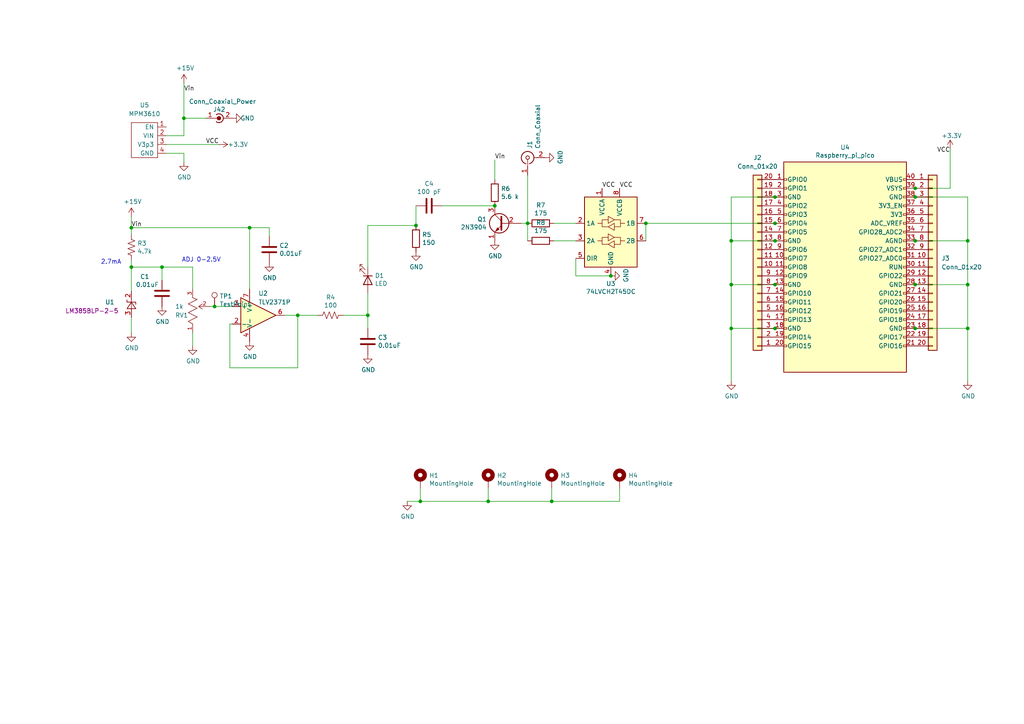
<source format=kicad_sch>
(kicad_sch (version 20211123) (generator eeschema)
  (paper "A4")
  (title_block (title "LED Pulser") (date "2021-08-02") (company "Boston University") (comment 1 "Linyan Wan") (comment 2 "Jack Mirabito"))
  (lib_symbols
    (symbol "Amplifier_Operational:TLV2371P" (pin_names (offset 0.127))
      (property "Reference" "U" (at 0 6.35 0))
      (property "Value" "TLV2371P" (at 0 3.81 0))
      (symbol "TLV2371P_0_1"
        (polyline (pts (xy -5.08 5.08) (xy 5.08 0) (xy -5.08 -5.08) (xy -5.08 5.08)) (stroke (width 0.254)) (fill (type background)))
      )
      (symbol "TLV2371P_1_1"
        (pin no_connect line (at -5.08 -2.54 90) (length 2.54) hide (name "NC") (number "1"))
        (pin input line (at -7.62 -2.54 0) (length 2.54) (name "-") (number "2"))
        (pin input line (at -7.62 2.54 0) (length 2.54) (name "+") (number "3"))
        (pin power_in line (at -2.54 -7.62 90) (length 3.81) (name "V-") (number "4"))
        (pin no_connect line (at -2.54 -2.54 90) (length 2.54) hide (name "NC") (number "5"))
        (pin output line (at 7.62 0 180) (length 2.54) (name "~") (number "6"))
        (pin power_in line (at -2.54 7.62 270) (length 3.81) (name "V+") (number "7"))
        (pin no_connect line (at 0 -2.54 90) (length 2.54) hide (name "NC") (number "8"))
      )
    )
    (symbol "Connector:Conn_Coaxial" (pin_names (offset 1.016) hide)
      (property "Reference" "J" (at 0.254 3.048 0))
      (property "Value" "Conn_Coaxial" (at 2.921 0 90))
      (symbol "Conn_Coaxial_0_1"
        (arc (start -1.778 -0.508) (mid 0.2311 -1.8066) (end 1.778 0) (stroke (width 0.254)))
        (polyline (pts (xy -2.54 0) (xy -0.508 0)))
        (polyline (pts (xy 0 -2.54) (xy 0 -1.778)))
        (circle (center 0 0) (radius 0.508) (stroke (width 0.2032)))
        (arc (start 1.778 0) (mid 0.2099 1.8101) (end -1.778 0.508) (stroke (width 0.254)))
      )
      (symbol "Conn_Coaxial_1_1"
        (pin passive line (at -5.08 0 0) (length 2.54) (name "In") (number "1"))
        (pin passive line (at 0 -5.08 90) (length 2.54) (name "Ext") (number "2"))
      )
    )
    (symbol "Connector:Conn_Coaxial_Power" (pin_names (offset 1.016) hide)
      (property "Reference" "J" (at -5.08 -1.27 90))
      (property "Value" "Conn_Coaxial_Power" (at -3.175 -1.27 90))
      (symbol "Conn_Coaxial_Power_0_1"
        (arc (start -1.27 -1.27) (mid 0 -2.54) (end 1.27 -1.27) (stroke (width 0.254)))
        (arc (start -1.016 -0.508) (mid -1.2048 -0.8684) (end -1.27 -1.27) (stroke (width 0.254)))
        (circle (center 0 -1.27) (radius 0.508) (stroke (width 0.2032)) (fill (type outline)))
        (polyline (pts (xy 0 -2.54) (xy 0 -3.048)))
        (polyline (pts (xy 0 0) (xy 0 -1.27)))
        (arc (start 1.27 -1.27) (mid 1.2048 -0.8684) (end 1.016 -0.508) (stroke (width 0.254)))
      )
      (symbol "Conn_Coaxial_Power_1_1"
        (pin passive line (at 0 2.54 270) (length 2.54) (name "In") (number "1"))
        (pin passive line (at 0 -5.08 90) (length 2.54) (name "Ext") (number "2"))
      )
    )
    (symbol "Connector:TestPoint" (pin_numbers hide) (pin_names (offset 0.762) hide)
      (property "Reference" "TP" (at 0 6.858 0))
      (property "Value" "TestPoint" (at 0 5.08 0))
      (symbol "TestPoint_0_1"
        (circle (center 0 3.302) (radius 0.762))
      )
      (symbol "TestPoint_1_1"
        (pin passive line (at 0 0 90) (length 2.54) (name "1") (number "1"))
      )
    )
    (symbol "Connector_Generic:Conn_01x20" (pin_names (offset 1.016) hide)
      (property "Reference" "J" (at 0 25.4 0))
      (property "Value" "Conn_01x20" (at 0 -27.94 0))
      (symbol "Conn_01x20_1_1"
        (rectangle (start -1.27 -25.273) (end 0 -25.527) (stroke (width 0.1524)))
        (rectangle (start -1.27 -22.733) (end 0 -22.987) (stroke (width 0.1524)))
        (rectangle (start -1.27 -20.193) (end 0 -20.447) (stroke (width 0.1524)))
        (rectangle (start -1.27 -17.653) (end 0 -17.907) (stroke (width 0.1524)))
        (rectangle (start -1.27 -15.113) (end 0 -15.367) (stroke (width 0.1524)))
        (rectangle (start -1.27 -12.573) (end 0 -12.827) (stroke (width 0.1524)))
        (rectangle (start -1.27 -10.033) (end 0 -10.287) (stroke (width 0.1524)))
        (rectangle (start -1.27 -7.493) (end 0 -7.747) (stroke (width 0.1524)))
        (rectangle (start -1.27 -4.953) (end 0 -5.207) (stroke (width 0.1524)))
        (rectangle (start -1.27 -2.413) (end 0 -2.667) (stroke (width 0.1524)))
        (rectangle (start -1.27 0.127) (end 0 -0.127) (stroke (width 0.1524)))
        (rectangle (start -1.27 2.667) (end 0 2.413) (stroke (width 0.1524)))
        (rectangle (start -1.27 5.207) (end 0 4.953) (stroke (width 0.1524)))
        (rectangle (start -1.27 7.747) (end 0 7.493) (stroke (width 0.1524)))
        (rectangle (start -1.27 10.287) (end 0 10.033) (stroke (width 0.1524)))
        (rectangle (start -1.27 12.827) (end 0 12.573) (stroke (width 0.1524)))
        (rectangle (start -1.27 15.367) (end 0 15.113) (stroke (width 0.1524)))
        (rectangle (start -1.27 17.907) (end 0 17.653) (stroke (width 0.1524)))
        (rectangle (start -1.27 20.447) (end 0 20.193) (stroke (width 0.1524)))
        (rectangle (start -1.27 22.987) (end 0 22.733) (stroke (width 0.1524)))
        (rectangle (start -1.27 24.13) (end 1.27 -26.67) (stroke (width 0.254)) (fill (type background)))
        (pin passive line (at -5.08 22.86 0) (length 3.81) (name "Pin_1") (number "1"))
        (pin passive line (at -5.08 0 0) (length 3.81) (name "Pin_10") (number "10"))
        (pin passive line (at -5.08 -2.54 0) (length 3.81) (name "Pin_11") (number "11"))
        (pin passive line (at -5.08 -5.08 0) (length 3.81) (name "Pin_12") (number "12"))
        (pin passive line (at -5.08 -7.62 0) (length 3.81) (name "Pin_13") (number "13"))
        (pin passive line (at -5.08 -10.16 0) (length 3.81) (name "Pin_14") (number "14"))
        (pin passive line (at -5.08 -12.7 0) (length 3.81) (name "Pin_15") (number "15"))
        (pin passive line (at -5.08 -15.24 0) (length 3.81) (name "Pin_16") (number "16"))
        (pin passive line (at -5.08 -17.78 0) (length 3.81) (name "Pin_17") (number "17"))
        (pin passive line (at -5.08 -20.32 0) (length 3.81) (name "Pin_18") (number "18"))
        (pin passive line (at -5.08 -22.86 0) (length 3.81) (name "Pin_19") (number "19"))
        (pin passive line (at -5.08 20.32 0) (length 3.81) (name "Pin_2") (number "2"))
        (pin passive line (at -5.08 -25.4 0) (length 3.81) (name "Pin_20") (number "20"))
        (pin passive line (at -5.08 17.78 0) (length 3.81) (name "Pin_3") (number "3"))
        (pin passive line (at -5.08 15.24 0) (length 3.81) (name "Pin_4") (number "4"))
        (pin passive line (at -5.08 12.7 0) (length 3.81) (name "Pin_5") (number "5"))
        (pin passive line (at -5.08 10.16 0) (length 3.81) (name "Pin_6") (number "6"))
        (pin passive line (at -5.08 7.62 0) (length 3.81) (name "Pin_7") (number "7"))
        (pin passive line (at -5.08 5.08 0) (length 3.81) (name "Pin_8") (number "8"))
        (pin passive line (at -5.08 2.54 0) (length 3.81) (name "Pin_9") (number "9"))
      )
    )
    (symbol "Device:C" (pin_numbers hide) (pin_names (offset 0.254))
      (property "Reference" "C" (at 0.635 2.54 0))
      (property "Value" "C" (at 0.635 -2.54 0))
      (symbol "C_0_1"
        (polyline (pts (xy -2.032 -0.762) (xy 2.032 -0.762)) (stroke (width 0.508)))
        (polyline (pts (xy -2.032 0.762) (xy 2.032 0.762)) (stroke (width 0.508)))
      )
      (symbol "C_1_1"
        (pin passive line (at 0 3.81 270) (length 2.794) (name "~") (number "1"))
        (pin passive line (at 0 -3.81 90) (length 2.794) (name "~") (number "2"))
      )
    )
    (symbol "Device:LED" (pin_numbers hide) (pin_names (offset 1.016) hide)
      (property "Reference" "D" (at 0 2.54 0))
      (property "Value" "LED" (at 0 -2.54 0))
      (symbol "LED_0_1"
        (polyline (pts (xy -1.27 -1.27) (xy -1.27 1.27)) (stroke (width 0.254)))
        (polyline (pts (xy -1.27 0) (xy 1.27 0)))
        (polyline (pts (xy 1.27 -1.27) (xy 1.27 1.27) (xy -1.27 0) (xy 1.27 -1.27)) (stroke (width 0.254)))
        (polyline (pts (xy -3.048 -0.762) (xy -4.572 -2.286) (xy -3.81 -2.286) (xy -4.572 -2.286) (xy -4.572 -1.524)))
        (polyline (pts (xy -1.778 -0.762) (xy -3.302 -2.286) (xy -2.54 -2.286) (xy -3.302 -2.286) (xy -3.302 -1.524)))
      )
      (symbol "LED_1_1"
        (pin passive line (at -3.81 0 0) (length 2.54) (name "K") (number "1"))
        (pin passive line (at 3.81 0 180) (length 2.54) (name "A") (number "2"))
      )
    )
    (symbol "Device:R" (pin_numbers hide) (pin_names (offset 0))
      (property "Reference" "R" (at 2.032 0 90))
      (property "Value" "R" (at 0 0 90))
      (symbol "R_0_1"
        (rectangle (start -1.016 -2.54) (end 1.016 2.54) (stroke (width 0.254)))
      )
      (symbol "R_1_1"
        (pin passive line (at 0 3.81 270) (length 1.27) (name "~") (number "1"))
        (pin passive line (at 0 -3.81 90) (length 1.27) (name "~") (number "2"))
      )
    )
    (symbol "Device:R_US" (pin_numbers hide) (pin_names (offset 0))
      (property "Reference" "R" (at 2.54 0 90))
      (property "Value" "R_US" (at -2.54 0 90))
      (symbol "R_US_0_1"
        (polyline (pts (xy 0 -2.286) (xy 0 -2.54)))
        (polyline (pts (xy 0 2.286) (xy 0 2.54)))
        (polyline (pts (xy 0 -0.762) (xy 1.016 -1.143) (xy 0 -1.524) (xy -1.016 -1.905) (xy 0 -2.286)))
        (polyline (pts (xy 0 0.762) (xy 1.016 0.381) (xy 0 0) (xy -1.016 -0.381) (xy 0 -0.762)))
        (polyline (pts (xy 0 2.286) (xy 1.016 1.905) (xy 0 1.524) (xy -1.016 1.143) (xy 0 0.762)))
      )
      (symbol "R_US_1_1"
        (pin passive line (at 0 3.81 270) (length 1.27) (name "~") (number "1"))
        (pin passive line (at 0 -3.81 90) (length 1.27) (name "~") (number "2"))
      )
    )
    (symbol "LED_Pulser-cache:3006P-1-101LF" (pin_names (offset 1.016))
      (property "Reference" "VR" (at 0 5.08 0))
      (property "Value" "3006P-1-101LF" (at 0 7.62 0))
      (symbol "3006P-1-101LF_1_1"
        (polyline (pts (xy 5.08 0) (xy 5.842 1.27)))
        (polyline (pts (xy 5.842 1.27) (xy 7.112 -1.27)))
        (polyline (pts (xy 7.112 -1.27) (xy 8.382 1.27)))
        (polyline (pts (xy 8.382 1.27) (xy 9.652 -1.27)))
        (polyline (pts (xy 9.652 -1.27) (xy 10.922 1.27)))
        (polyline (pts (xy 10.16 -1.778) (xy 9.398 -2.794)))
        (polyline (pts (xy 10.16 -1.778) (xy 10.922 -2.794)))
        (polyline (pts (xy 10.922 1.27) (xy 12.192 -1.27)))
        (polyline (pts (xy 12.192 -1.27) (xy 12.7 0)))
        (pin unspecified line (at 2.54 0 0) (length 2.54) (name "CCW") (number "1"))
        (pin unspecified line (at 10.16 -5.08 90) (length 3.302) (name "WIPER") (number "2"))
        (pin unspecified line (at 15.24 0 180) (length 2.54) (name "CW") (number "3"))
      )
    )
    (symbol "LED_Pulser-cache:MPM3610" (pin_names (offset 1.016))
      (property "Reference" "U" (at 0 -6.35 0))
      (property "Value" "MPM3610" (at 0 6.35 0))
      (symbol "MPM3610_0_1"
        (rectangle (start -3.81 5.08) (end 3.81 -5.08))
      )
      (symbol "MPM3610_1_1"
        (pin input line (at 6.35 3.81 180) (length 2.54) (name "EN") (number "1"))
        (pin input line (at 6.35 1.27 180) (length 2.54) (name "VIN") (number "2"))
        (pin output line (at 6.35 -1.27 180) (length 2.54) (name "V3p3") (number "3"))
        (pin input line (at 6.35 -3.81 180) (length 2.54) (name "GND") (number "4"))
      )
    )
    (symbol "LED_Pulser-rescue:Raspberry_pi_pico-LED_Pulser-cache" (pin_names (offset 1.016))
      (property "Reference" "U" (at 0 0 0))
      (property "Value" "Raspberry_pi_pico-LED_Pulser-cache" (at 0 -1.905 0))
      (symbol "Raspberry_pi_pico-LED_Pulser-cache_1_1"
        (rectangle (start -17.78 30.48) (end 17.78 -30.48) (stroke (width 0.254)) (fill (type background)))
        (rectangle (start -16.891 -22.606) (end -17.78 -23.114))
        (rectangle (start -16.891 -20.066) (end -17.78 -20.574))
        (rectangle (start -16.891 -17.526) (end -17.78 -18.034))
        (rectangle (start -16.891 -14.986) (end -17.78 -15.494))
        (rectangle (start -16.891 -12.446) (end -17.78 -12.954))
        (rectangle (start -16.891 -9.906) (end -17.78 -10.414))
        (rectangle (start -16.891 -7.366) (end -17.78 -7.874))
        (rectangle (start -16.891 -4.826) (end -17.78 -5.334))
        (rectangle (start -16.891 -2.286) (end -17.78 -2.794))
        (rectangle (start -16.891 0.254) (end -17.78 -0.254))
        (rectangle (start -16.891 2.794) (end -17.78 2.286))
        (rectangle (start -16.891 5.334) (end -17.78 4.826))
        (rectangle (start -16.891 7.874) (end -17.78 7.366))
        (rectangle (start -16.891 10.414) (end -17.78 9.906))
        (rectangle (start -16.891 12.954) (end -17.78 12.446))
        (rectangle (start -16.891 15.494) (end -17.78 14.986))
        (rectangle (start -16.891 18.034) (end -17.78 17.526))
        (rectangle (start -16.891 20.574) (end -17.78 20.066))
        (rectangle (start -16.891 23.114) (end -17.78 22.606))
        (rectangle (start -16.891 25.654) (end -17.78 25.146))
        (rectangle (start 17.78 -22.606) (end 16.891 -23.114))
        (rectangle (start 17.78 -20.066) (end 16.891 -20.574))
        (rectangle (start 17.78 -17.526) (end 16.891 -18.034))
        (rectangle (start 17.78 -14.986) (end 16.891 -15.494))
        (rectangle (start 17.78 -12.446) (end 16.891 -12.954))
        (rectangle (start 17.78 -9.906) (end 16.891 -10.414))
        (rectangle (start 17.78 -7.366) (end 16.891 -7.874))
        (rectangle (start 17.78 -4.826) (end 16.891 -5.334))
        (rectangle (start 17.78 -2.286) (end 16.891 -2.794))
        (rectangle (start 17.78 0.254) (end 16.891 -0.254))
        (rectangle (start 17.78 2.794) (end 16.891 2.286))
        (rectangle (start 17.78 5.334) (end 16.891 4.826))
        (rectangle (start 17.78 7.874) (end 16.891 7.366))
        (rectangle (start 17.78 10.414) (end 16.891 9.906))
        (rectangle (start 17.78 12.954) (end 16.891 12.446))
        (rectangle (start 17.78 15.494) (end 16.891 14.986))
        (rectangle (start 17.78 18.034) (end 16.891 17.526))
        (rectangle (start 17.78 20.574) (end 16.891 20.066))
        (rectangle (start 17.78 23.114) (end 16.891 22.606))
        (rectangle (start 17.78 25.654) (end 16.891 25.146))
        (pin bidirectional line (at -20.32 25.4 0) (length 2.54) (name "GPIO0") (number "1"))
        (pin bidirectional line (at -20.32 2.54 0) (length 2.54) (name "GPIO7") (number "10"))
        (pin bidirectional line (at -20.32 0 0) (length 2.54) (name "GPIO8") (number "11"))
        (pin bidirectional line (at -20.32 -2.54 0) (length 2.54) (name "GPIO9") (number "12"))
        (pin bidirectional line (at -20.32 -5.08 0) (length 2.54) (name "GND") (number "13"))
        (pin bidirectional line (at -20.32 -7.62 0) (length 2.54) (name "GPIO10") (number "14"))
        (pin bidirectional line (at -20.32 -10.16 0) (length 2.54) (name "GPIO11") (number "15"))
        (pin bidirectional line (at -20.32 -12.7 0) (length 2.54) (name "GPIO12") (number "16"))
        (pin bidirectional line (at -20.32 -15.24 0) (length 2.54) (name "GPIO13") (number "17"))
        (pin bidirectional line (at -20.32 -17.78 0) (length 2.54) (name "GND") (number "18"))
        (pin bidirectional line (at -20.32 -20.32 0) (length 2.54) (name "GPIO14") (number "19"))
        (pin bidirectional line (at -20.32 22.86 0) (length 2.54) (name "GPIO1") (number "2"))
        (pin bidirectional line (at -20.32 -22.86 0) (length 2.54) (name "GPIO15") (number "20"))
        (pin bidirectional line (at 20.32 -22.86 180) (length 2.54) (name "GPIO16") (number "21"))
        (pin bidirectional line (at 20.32 -20.32 180) (length 2.54) (name "GPIO17") (number "22"))
        (pin power_in line (at 20.32 -17.78 180) (length 2.54) (name "GND") (number "23"))
        (pin bidirectional line (at 20.32 -15.24 180) (length 2.54) (name "GPIO18") (number "24"))
        (pin bidirectional line (at 20.32 -12.7 180) (length 2.54) (name "GPIO19") (number "25"))
        (pin bidirectional line (at 20.32 -10.16 180) (length 2.54) (name "GPIO20") (number "26"))
        (pin bidirectional line (at 20.32 -7.62 180) (length 2.54) (name "GPIO21") (number "27"))
        (pin power_in line (at 20.32 -5.08 180) (length 2.54) (name "GND") (number "28"))
        (pin bidirectional line (at 20.32 -2.54 180) (length 2.54) (name "GPIO22") (number "29"))
        (pin bidirectional line (at -20.32 20.32 0) (length 2.54) (name "GND") (number "3"))
        (pin power_in line (at 20.32 0 180) (length 2.54) (name "RUN") (number "30"))
        (pin bidirectional line (at 20.32 2.54 180) (length 2.54) (name "GPIO27_ADC0") (number "31"))
        (pin bidirectional line (at 20.32 5.08 180) (length 2.54) (name "GPIO27_ADC1") (number "32"))
        (pin power_in line (at 20.32 7.62 180) (length 2.54) (name "AGND") (number "33"))
        (pin bidirectional line (at 20.32 10.16 180) (length 2.54) (name "GPIO28_ADC2") (number "34"))
        (pin power_in line (at 20.32 12.7 180) (length 2.54) (name "ADC_VREF") (number "35"))
        (pin power_in line (at 20.32 15.24 180) (length 2.54) (name "3V3") (number "36"))
        (pin power_in line (at 20.32 17.78 180) (length 2.54) (name "3V3_EN") (number "37"))
        (pin power_in line (at 20.32 20.32 180) (length 2.54) (name "GND") (number "38"))
        (pin power_in line (at 20.32 22.86 180) (length 2.54) (name "VSYS") (number "39"))
        (pin bidirectional line (at -20.32 17.78 0) (length 2.54) (name "GPIO2") (number "4"))
        (pin power_in line (at 20.32 25.4 180) (length 2.54) (name "VBUS") (number "40"))
        (pin bidirectional line (at -20.32 15.24 0) (length 2.54) (name "GPIO3") (number "5"))
        (pin bidirectional line (at -20.32 12.7 0) (length 2.54) (name "GPIO4") (number "6"))
        (pin bidirectional line (at -20.32 10.16 0) (length 2.54) (name "GPIO5") (number "7"))
        (pin bidirectional line (at -20.32 7.62 0) (length 2.54) (name "GND") (number "8"))
        (pin bidirectional line (at -20.32 5.08 0) (length 2.54) (name "GPIO6") (number "9"))
      )
    )
    (symbol "Logic_LevelTranslator:74LVCH2T45DC"
      (property "Reference" "U" (at 6.35 -11.43 0))
      (property "Value" "74LVCH2T45DC" (at 10.16 11.43 0))
      (symbol "74LVCH2T45DC_1_1"
        (rectangle (start -7.62 10.16) (end 7.62 -10.16) (stroke (width 0.254)) (fill (type background)))
        (polyline (pts (xy -2.54 -2.54) (xy -2.54 -1.524) (xy -0.762 -1.524)))
        (polyline (pts (xy -2.54 2.54) (xy -2.54 3.556) (xy -0.762 3.556)))
        (polyline (pts (xy 2.794 -2.54) (xy 2.794 -3.556) (xy 1.016 -3.556)))
        (polyline (pts (xy 2.794 2.54) (xy 2.794 1.524) (xy 1.016 1.524)))
        (polyline (pts (xy -0.762 -3.556) (xy -2.54 -3.556) (xy -2.54 -2.54) (xy -3.81 -2.54)))
        (polyline (pts (xy -0.762 -2.54) (xy -0.762 -0.508) (xy 1.016 -1.524) (xy -0.762 -2.54)))
        (polyline (pts (xy -0.762 1.524) (xy -2.54 1.524) (xy -2.54 2.54) (xy -3.81 2.54)))
        (polyline (pts (xy -0.762 2.54) (xy -0.762 4.572) (xy 1.016 3.556) (xy -0.762 2.54)))
        (polyline (pts (xy 1.016 -1.524) (xy 2.794 -1.524) (xy 2.794 -2.54) (xy 4.064 -2.54)))
        (polyline (pts (xy 1.016 3.556) (xy 2.794 3.556) (xy 2.794 2.54) (xy 4.064 2.54)))
        (polyline (pts (xy 1.016 -2.54) (xy 1.016 -4.318) (xy 1.016 -4.572) (xy -0.762 -3.556) (xy 1.016 -2.54)))
        (polyline (pts (xy 1.016 2.54) (xy 1.016 0.762) (xy 1.016 0.508) (xy -0.762 1.524) (xy 1.016 2.54)))
        (pin power_in line (at -2.54 12.7 270) (length 2.54) (name "VCCA") (number "1"))
        (pin bidirectional line (at -10.16 2.54 0) (length 2.54) (name "1A") (number "2"))
        (pin bidirectional line (at -10.16 -2.54 0) (length 2.54) (name "2A") (number "3"))
        (pin power_in line (at 0 -12.7 90) (length 2.54) (name "GND") (number "4"))
        (pin input line (at -10.16 -7.62 0) (length 2.54) (name "DIR") (number "5"))
        (pin bidirectional line (at 10.16 -2.54 180) (length 2.54) (name "2B") (number "6"))
        (pin bidirectional line (at 10.16 2.54 180) (length 2.54) (name "1B") (number "7"))
        (pin power_in line (at 2.54 12.7 270) (length 2.54) (name "VCCB") (number "8"))
      )
    )
    (symbol "Mechanical:MountingHole_Pad" (pin_numbers hide) (pin_names (offset 1.016) hide)
      (property "Reference" "H" (at 0 6.35 0))
      (property "Value" "MountingHole_Pad" (at 0 4.445 0))
      (symbol "MountingHole_Pad_0_1"
        (circle (center 0 1.27) (radius 1.27) (stroke (width 1.27)))
      )
      (symbol "MountingHole_Pad_1_1"
        (pin input line (at 0 -2.54 90) (length 2.54) (name "1") (number "1"))
      )
    )
    (symbol "Reference_Voltage:LM385Z-2.5" (pin_names (offset 0.0254) hide)
      (property "Reference" "U" (at 0 2.54 0))
      (property "Value" "LM385Z-2.5" (at 0 -3.175 0))
      (symbol "LM385Z-2.5_0_1"
        (polyline (pts (xy -1.27 0) (xy 0 0) (xy 1.27 0)))
        (polyline (pts (xy -1.27 -1.27) (xy 0.635 0) (xy -1.27 1.27) (xy -1.27 -1.27)) (stroke (width 0.2032)))
        (polyline (pts (xy 0 -1.27) (xy 0.635 -1.27) (xy 0.635 1.27) (xy 1.27 1.27)) (stroke (width 0.2032)))
      )
      (symbol "LM385Z-2.5_1_1"
        (pin passive line (at 3.81 0 180) (length 2.54) (name "K") (number "2"))
        (pin passive line (at -3.81 0 0) (length 2.54) (name "A") (number "3"))
      )
    )
    (symbol "Transistor_BJT:2N3904" (pin_names (offset 0) hide)
      (property "Reference" "Q" (at 5.08 1.905 0))
      (property "Value" "2N3904" (at 5.08 0 0))
      (symbol "2N3904_0_1"
        (polyline (pts (xy 0.635 0.635) (xy 2.54 2.54)))
        (polyline (pts (xy 0.635 -0.635) (xy 2.54 -2.54) (xy 2.54 -2.54)))
        (polyline (pts (xy 0.635 1.905) (xy 0.635 -1.905) (xy 0.635 -1.905)) (stroke (width 0.508)))
        (polyline (pts (xy 1.27 -1.778) (xy 1.778 -1.27) (xy 2.286 -2.286) (xy 1.27 -1.778) (xy 1.27 -1.778)) (fill (type outline)))
        (circle (center 1.27 0) (radius 2.8194) (stroke (width 0.254)))
      )
      (symbol "2N3904_1_1"
        (pin passive line (at 2.54 -5.08 90) (length 2.54) (name "E") (number "1"))
        (pin passive line (at -5.08 0 0) (length 5.715) (name "B") (number "2"))
        (pin passive line (at 2.54 5.08 270) (length 2.54) (name "C") (number "3"))
      )
    )
    (symbol "power:+15V" (power) (pin_names (offset 0))
      (property "Value" "+15V" (at 0 3.556 0))
      (symbol "+15V_0_1"
        (polyline (pts (xy -0.762 1.27) (xy 0 2.54)))
        (polyline (pts (xy 0 0) (xy 0 2.54)))
        (polyline (pts (xy 0 2.54) (xy 0.762 1.27)))
      )
      (symbol "+15V_1_1"
        (pin power_in line (at 0 0 90) (length 0) hide (name "+15V") (number "1"))
      )
    )
    (symbol "power:+3.3V" (power) (pin_names (offset 0))
      (property "Value" "+3.3V" (at 0 3.556 0))
      (symbol "+3.3V_0_1"
        (polyline (pts (xy -0.762 1.27) (xy 0 2.54)))
        (polyline (pts (xy 0 0) (xy 0 2.54)))
        (polyline (pts (xy 0 2.54) (xy 0.762 1.27)))
      )
      (symbol "+3.3V_1_1"
        (pin power_in line (at 0 0 90) (length 0) hide (name "+3.3V") (number "1"))
      )
    )
    (symbol "power:GND" (power) (pin_names (offset 0))
      (property "Value" "GND" (at 0 -3.81 0))
      (symbol "GND_0_1"
        (polyline (pts (xy 0 0) (xy 0 -1.27) (xy 1.27 -1.27) (xy 0 -2.54) (xy -1.27 -1.27) (xy 0 -1.27)))
      )
      (symbol "GND_1_1"
        (pin power_in line (at 0 0 270) (length 0) hide (name "GND") (number "1"))
      )
    )
  )
  (junction (at 224.79 64.77))
  (junction (at 106.68 91.44))
  (junction (at 224.79 82.55))
  (junction (at 38.1 77.47))
  (junction (at 212.09 82.55))
  (junction (at 120.65 65.405))
  (junction (at 265.43 57.15))
  (junction (at 141.605 145.415))
  (junction (at 280.67 82.55))
  (junction (at 280.67 95.25))
  (junction (at 143.51 59.69))
  (junction (at 86.36 91.44))
  (junction (at 153.035 64.77))
  (junction (at 46.99 77.47))
  (junction (at 265.43 82.55))
  (junction (at 187.325 64.77))
  (junction (at 224.79 95.25))
  (junction (at 265.43 95.25))
  (junction (at 121.92 145.415))
  (junction (at 224.79 69.85))
  (junction (at 265.43 54.61))
  (junction (at 212.09 95.25))
  (junction (at 160.02 145.415))
  (junction (at 38.1 66.04))
  (junction (at 177.165 80.01))
  (junction (at 224.79 57.15))
  (junction (at 212.09 69.85))
  (junction (at 62.23 88.9))
  (junction (at 280.67 69.85))
  (junction (at 53.34 34.29))
  (junction (at 72.39 66.04))
  (junction (at 265.43 69.85))
  (wire (pts (xy 153.035 50.8) (xy 153.035 64.77)))
  (wire (pts (xy 106.68 95.25) (xy 106.68 91.44)))
  (wire (pts (xy 60.96 88.9) (xy 62.23 88.9)))
  (wire (pts (xy 141.605 141.605) (xy 141.605 145.415)))
  (wire (pts (xy 280.67 95.25) (xy 280.67 110.49)))
  (wire (pts (xy 265.43 82.55) (xy 280.67 82.55)))
  (wire (pts (xy 48.26 41.91) (xy 63.5 41.91)))
  (wire (pts (xy 78.105 66.04) (xy 72.39 66.04)))
  (wire (pts (xy 212.09 95.25) (xy 224.79 95.25)))
  (wire (pts (xy 38.1 66.04) (xy 38.1 62.865)))
  (wire (pts (xy 53.34 24.13) (xy 53.34 34.29)))
  (wire (pts (xy 160.02 145.415) (xy 141.605 145.415)))
  (wire (pts (xy 212.09 69.85) (xy 212.09 82.55)))
  (wire (pts (xy 66.675 93.98) (xy 66.675 106.68)))
  (wire (pts (xy 224.79 57.15) (xy 212.09 57.15)))
  (wire (pts (xy 187.325 69.85) (xy 187.325 64.77)))
  (wire (pts (xy 212.09 69.85) (xy 224.79 69.85)))
  (wire (pts (xy 46.99 77.47) (xy 46.99 81.28)))
  (wire (pts (xy 280.67 82.55) (xy 280.67 95.25)))
  (wire (pts (xy 53.34 34.29) (xy 59.69 34.29)))
  (wire (pts (xy 275.59 43.18) (xy 275.59 54.61)))
  (wire (pts (xy 72.39 66.04) (xy 38.1 66.04)))
  (wire (pts (xy 38.1 67.945) (xy 38.1 66.04)))
  (wire (pts (xy 179.705 141.605) (xy 179.705 145.415)))
  (wire (pts (xy 106.68 65.405) (xy 120.65 65.405)))
  (wire (pts (xy 265.43 95.25) (xy 280.67 95.25)))
  (wire (pts (xy 212.09 82.55) (xy 224.79 82.55)))
  (wire (pts (xy 106.68 85.09) (xy 106.68 91.44)))
  (wire (pts (xy 179.705 145.415) (xy 160.02 145.415)))
  (wire (pts (xy 212.09 57.15) (xy 212.09 69.85)))
  (wire (pts (xy 48.26 44.45) (xy 53.34 44.45)))
  (wire (pts (xy 99.695 91.44) (xy 106.68 91.44)))
  (wire (pts (xy 212.09 82.55) (xy 212.09 95.25)))
  (wire (pts (xy 280.67 57.15) (xy 280.67 69.85)))
  (wire (pts (xy 86.36 91.44) (xy 82.55 91.44)))
  (wire (pts (xy 121.92 145.415) (xy 118.11 145.415)))
  (wire (pts (xy 120.65 59.69) (xy 120.65 65.405)))
  (wire (pts (xy 53.34 34.29) (xy 53.34 39.37)))
  (wire (pts (xy 151.13 64.77) (xy 153.035 64.77)))
  (wire (pts (xy 92.075 91.44) (xy 86.36 91.44)))
  (wire (pts (xy 160.02 141.605) (xy 160.02 145.415)))
  (wire (pts (xy 67.31 93.98) (xy 66.675 93.98)))
  (wire (pts (xy 46.99 77.47) (xy 55.88 77.47)))
  (wire (pts (xy 153.035 69.85) (xy 153.035 64.77)))
  (wire (pts (xy 280.67 69.85) (xy 280.67 82.55)))
  (wire (pts (xy 38.1 77.47) (xy 38.1 84.455)))
  (wire (pts (xy 55.88 100.33) (xy 55.88 96.52)))
  (wire (pts (xy 53.34 44.45) (xy 53.34 46.99)))
  (wire (pts (xy 265.43 57.15) (xy 280.67 57.15)))
  (wire (pts (xy 78.105 68.58) (xy 78.105 66.04)))
  (wire (pts (xy 167.005 80.01) (xy 177.165 80.01)))
  (wire (pts (xy 72.39 83.82) (xy 72.39 66.04)))
  (wire (pts (xy 62.23 88.9) (xy 67.31 88.9)))
  (wire (pts (xy 167.005 69.85) (xy 160.655 69.85)))
  (wire (pts (xy 55.88 77.47) (xy 55.88 83.82)))
  (wire (pts (xy 167.005 64.77) (xy 160.655 64.77)))
  (wire (pts (xy 106.68 77.47) (xy 106.68 65.405)))
  (wire (pts (xy 141.605 145.415) (xy 121.92 145.415)))
  (wire (pts (xy 265.43 69.85) (xy 280.67 69.85)))
  (wire (pts (xy 143.51 46.355) (xy 143.51 52.07)))
  (wire (pts (xy 128.27 59.69) (xy 143.51 59.69)))
  (wire (pts (xy 38.1 75.565) (xy 38.1 77.47)))
  (wire (pts (xy 167.005 74.93) (xy 167.005 80.01)))
  (wire (pts (xy 121.92 141.605) (xy 121.92 145.415)))
  (wire (pts (xy 212.09 95.25) (xy 212.09 110.49)))
  (wire (pts (xy 265.43 54.61) (xy 275.59 54.61)))
  (wire (pts (xy 38.1 92.075) (xy 38.1 96.52)))
  (wire (pts (xy 86.36 106.68) (xy 86.36 91.44)))
  (wire (pts (xy 187.325 64.77) (xy 224.79 64.77)))
  (wire (pts (xy 38.1 77.47) (xy 46.99 77.47)))
  (wire (pts (xy 66.675 106.68) (xy 86.36 106.68)))
  (wire (pts (xy 48.26 39.37) (xy 53.34 39.37)))
  (text "ADJ 0-2.5V" (at 52.705 76.2 0) (effects (font (size 1.27 1.27)) (justify left bottom)))
  (text "2.7mA" (at 29.21 76.835 0) (effects (font (size 1.27 1.27)) (justify left bottom)))
  (label "Vin" (at 53.34 26.67 0))
  (label "Vin" (at 143.51 46.355 0))
  (label "VCC" (at 275.59 44.45 180))
  (label "Vin" (at 38.1 66.04 0))
  (label "VCC" (at 63.5 41.91 180))
  (label "VCC" (at 174.625 54.61 0))
  (label "VCC" (at 179.705 54.61 0))
  (symbol (lib_id "Reference_Voltage:LM385Z-2.5") (at 38.1 88.265 90) (unit 1)
    (property "Reference" "U1" (at 30.48 87.63 90) (effects (justify right)))
    (property "Value" "LM385Z-2.5" (effects hide))
    (property "Footprint" "Package_TO_SOT_THT:TO-92_Inline" (effects hide))
    (property "Datasheet" "http://www.onsemi.com/pub_link/Collateral/LM285-D.PDF" (effects hide))
    (property "CatNo" "296-9559-5-ND" (effects hide))
    (property "MfgNo" "LM385BLP-2-5" (at 26.67 90.17 90))
    (property "Vendor" "DigiKey" (effects hide))
  )
  (symbol (lib_id "Device:R_US") (at 38.1 71.755 0) (unit 1)
    (property "Reference" "R3" (at 39.8272 70.5866 0) (effects (justify left)))
    (property "Value" "4.7k" (at 39.8272 72.898 0) (effects (justify left)))
    (property "Footprint" "Resistor_SMD:R_1206_3216Metric" (effects hide))
  )
  (symbol (lib_id "power:GND") (at 38.1 96.52 0) (unit 1)
    (property "Reference" "#PWR03" (effects hide))
    (property "Value" "GND" (at 38.227 100.9142 0))
  )
  (symbol (lib_id "power:+15V") (at 38.1 62.865 0) (unit 1)
    (property "Reference" "#PWR02" (effects hide))
    (property "Value" "+15V" (at 38.481 58.4708 0))
  )
  (symbol (lib_id "LED_Pulser-cache:3006P-1-101LF") (at 55.88 99.06 90) (unit 1)
    (property "Reference" "RV1" (at 50.8 91.44 90) (effects (justify right)))
    (property "Value" "1k" (at 50.8 88.9 90) (effects (justify right)))
    (property "Footprint" "Potentiometer_THT:Potentiometer_Bourns_3006P_Horizontal" (effects hide))
    (property "Datasheet" "http://www.bourns.com/docs/Product-Datasheets/3006.pdf" (effects hide))
    (property "capacitance" "TRIMMER 100 OHM 0.75W PC PIN" (effects hide))
    (property "category" "Res" (effects hide))
    (property "digikey description" "TRIMMER 100 OHM 0.75W PC PIN" (effects hide))
    (property "digikey part number" "3006P-101LF-ND" (effects hide))
    (property "lead free" "yes" (effects hide))
    (property "library id" "9ad0f499a4b80ce0" (effects hide))
    (property "manufacturer" "Bourns" (effects hide))
    (property "mouser part number" "652-3006P-1-101-LF" (effects hide))
    (property "package" "DIP_TRIMMER_19MM05_4MM83" (effects hide))
    (property "resistance" "100 Ohms" (effects hide))
    (property "rohs" "yes" (effects hide))
    (property "temperature range high" "+125°C" (effects hide))
    (property "temperature range low" "-55°C" (effects hide))
  )
  (symbol (lib_id "power:GND") (at 55.88 100.33 0) (unit 1)
    (property "Reference" "#PWR05" (effects hide))
    (property "Value" "GND" (at 56.007 104.7242 0))
  )
  (symbol (lib_id "Amplifier_Operational:TLV2371P") (at 74.93 91.44 0) (unit 1)
    (property "Reference" "U2" (at 74.93 85.09 0) (effects (justify left)))
    (property "Value" "TLV2371P" (at 74.93 87.63 0) (effects (justify left)))
    (property "Footprint" "Package_DIP:DIP-8_W7.62mm" (effects hide))
    (property "Datasheet" "http://www.ti.com/lit/ds/symlink/tlv2375.pdf" (effects hide))
  )
  (symbol (lib_id "power:GND") (at 72.39 99.06 0) (unit 1)
    (property "Reference" "#PWR06" (effects hide))
    (property "Value" "GND" (at 72.517 103.4542 0))
  )
  (symbol (lib_id "Device:C") (at 46.99 85.09 0) (unit 1)
    (property "Reference" "C1" (at 40.64 80.2386 0) (effects (justify left)))
    (property "Value" "0.01uF" (at 39.37 82.55 0) (effects (justify left)))
    (property "Footprint" "Capacitor_SMD:C_1206_3216Metric" (effects hide))
  )
  (symbol (lib_id "power:GND") (at 46.99 88.9 0) (unit 1)
    (property "Reference" "#PWR04" (effects hide))
    (property "Value" "GND" (at 47.117 93.2942 0))
  )
  (symbol (lib_id "Device:R_US") (at 95.885 91.44 270) (unit 1)
    (property "Reference" "R4" (at 95.885 86.233 90))
    (property "Value" "100" (at 95.885 88.5444 90))
    (property "Footprint" "Resistor_SMD:R_1206_3216Metric" (effects hide))
  )
  (symbol (lib_id "Device:C") (at 106.68 99.06 0) (unit 1)
    (property "Reference" "C3" (at 109.601 97.8916 0) (effects (justify left)))
    (property "Value" "0.01uF" (at 109.601 100.203 0) (effects (justify left)))
    (property "Footprint" "Capacitor_SMD:C_1206_3216Metric" (effects hide))
  )
  (symbol (lib_id "power:GND") (at 106.68 102.87 0) (unit 1)
    (property "Reference" "#PWR08" (effects hide))
    (property "Value" "GND" (at 106.807 107.2642 0))
  )
  (symbol (lib_id "Device:LED") (at 106.68 81.28 270) (unit 1)
    (property "Reference" "D1" (at 108.712 79.9338 90) (effects (justify left)))
    (property "Value" "LED" (at 108.712 82.2452 90) (effects (justify left)))
    (property "Footprint" "LED_THT:LED_D5.0mm" (effects hide))
  )
  (symbol (lib_id "Device:C") (at 78.105 72.39 0) (unit 1)
    (property "Reference" "C2" (at 81.026 71.2216 0) (effects (justify left)))
    (property "Value" "0.01uF" (at 81.026 73.533 0) (effects (justify left)))
    (property "Footprint" "Capacitor_SMD:C_1206_3216Metric" (effects hide))
  )
  (symbol (lib_id "power:GND") (at 78.105 76.2 0) (unit 1)
    (property "Reference" "#PWR07" (effects hide))
    (property "Value" "GND" (at 78.232 80.5942 0))
  )
  (symbol (lib_id "Device:C") (at 124.46 59.69 270) (unit 1)
    (property "Reference" "C4" (at 124.46 53.2892 90))
    (property "Value" "100 pF" (at 124.46 55.6006 90))
    (property "Footprint" "Capacitor_SMD:C_1206_3216Metric" (effects hide))
  )
  (symbol (lib_id "Device:R") (at 120.65 69.215 0) (unit 1)
    (property "Reference" "R5" (at 122.428 68.0466 0) (effects (justify left)))
    (property "Value" "150" (at 122.428 70.358 0) (effects (justify left)))
    (property "Footprint" "Resistor_SMD:R_1206_3216Metric" (effects hide))
  )
  (symbol (lib_id "power:GND") (at 120.65 73.025 0) (unit 1)
    (property "Reference" "#PWR09" (effects hide))
    (property "Value" "GND" (at 120.777 77.4192 0))
  )
  (symbol (lib_id "Transistor_BJT:2N3904") (at 146.05 64.77 0) (mirror y) (unit 1)
    (property "Reference" "Q1" (at 141.1986 63.6016 0) (effects (justify left)))
    (property "Value" "2N3904" (at 141.1986 65.913 0) (effects (justify left)))
    (property "Footprint" "Package_TO_SOT_THT:TO-92_Inline" (effects hide))
    (property "Datasheet" "https://www.onsemi.com/pub/Collateral/2N3903-D.PDF" (effects hide))
  )
  (symbol (lib_id "power:GND") (at 143.51 69.85 0) (unit 1)
    (property "Reference" "#PWR010" (effects hide))
    (property "Value" "GND" (at 143.637 74.2442 0))
  )
  (symbol (lib_id "Connector:Conn_Coaxial") (at 153.035 45.72 90) (unit 1)
    (property "Reference" "J1" (at 153.67 43.18 0) (effects (justify left)))
    (property "Value" "Conn_Coaxial" (at 155.9814 43.18 0) (effects (justify left)))
    (property "Footprint" "mod:lemo-EPB.00.250.NTN" (effects hide))
    (property "Datasheet" " ~" (effects hide))
  )
  (symbol (lib_id "power:GND") (at 158.115 45.72 90) (unit 1)
    (property "Reference" "#PWR011" (effects hide))
    (property "Value" "GND" (at 162.5092 45.593 0))
  )
  (symbol (lib_id "LED_Pulser-rescue:Raspberry_pi_pico-LED_Pulser-cache") (at 245.11 77.47 0) (unit 1)
    (property "Reference" "U4" (at 245.11 42.7482 0))
    (property "Value" "Raspberry_pi_pico" (at 245.11 45.0596 0))
    (property "Footprint" "mod:Raspberry_pi_pico" (effects hide))
  )
  (symbol (lib_id "Device:R") (at 143.51 55.88 0) (unit 1)
    (property "Reference" "R6" (at 145.288 54.7116 0) (effects (justify left)))
    (property "Value" "5.6 k" (at 145.288 57.023 0) (effects (justify left)))
    (property "Footprint" "Resistor_SMD:R_1206_3216Metric" (effects hide))
  )
  (symbol (lib_id "Connector:TestPoint") (at 62.23 88.9 0) (unit 1)
    (property "Reference" "TP1" (at 63.7032 85.9028 0) (effects (justify left)))
    (property "Value" "TestPoint" (at 63.7032 88.2142 0) (effects (justify left)))
    (property "Footprint" "TestPoint:TestPoint_Pad_2.0x2.0mm" (effects hide))
  )
  (symbol (lib_id "Device:R") (at 156.845 69.85 270) (unit 1)
    (property "Reference" "R8" (at 156.845 64.5922 90))
    (property "Value" "175" (at 156.845 66.9036 90))
    (property "Footprint" "Resistor_SMD:R_1206_3216Metric" (effects hide))
  )
  (symbol (lib_id "Logic_LevelTranslator:74LVCH2T45DC") (at 177.165 67.31 0) (unit 1)
    (property "Reference" "U3" (at 177.165 82.2706 0))
    (property "Value" "74LVCH2T45DC" (at 177.165 84.582 0))
    (property "Footprint" "Package_SO:VSSOP-8_2.3x2mm_P0.5mm" (effects hide))
    (property "Datasheet" "https://assets.nexperia.com/documents/data-sheet/74LVC_LVCH2T45.pdf" (effects hide))
  )
  (symbol (lib_id "power:GND") (at 177.165 80.01 90) (unit 1)
    (property "Reference" "#PWR012" (effects hide))
    (property "Value" "GND" (at 181.5592 79.883 0))
  )
  (symbol (lib_id "Device:R") (at 156.845 64.77 270) (unit 1)
    (property "Reference" "R7" (at 156.845 59.5122 90))
    (property "Value" "175" (at 156.845 61.8236 90))
    (property "Footprint" "Resistor_SMD:R_1206_3216Metric" (effects hide))
  )
  (symbol (lib_id "Connector:Conn_Coaxial_Power") (at 62.23 34.29 90) (unit 1)
    (property "Reference" "J42" (at 65.405 31.75 90) (effects (justify left)))
    (property "Value" "Conn_Coaxial_Power" (at 74.295 29.4386 90) (effects (justify left)))
    (property "Footprint" "Connector_BarrelJack:BarrelJack_Horizontal" (effects hide))
  )
  (symbol (lib_id "power:GND") (at 67.31 34.29 90) (unit 1)
    (property "Reference" "#PWR0103" (effects hide))
    (property "Value" "GND" (at 71.755 34.29 90))
  )
  (symbol (lib_id "Mechanical:MountingHole_Pad") (at 141.605 139.065 0) (unit 1)
    (property "Reference" "H2" (at 144.145 137.8966 0) (effects (justify left)))
    (property "Value" "MountingHole" (at 144.145 140.208 0) (effects (justify left)))
    (property "Footprint" "MountingHole:MountingHole_3.2mm_M3_Pad" (effects hide))
  )
  (symbol (lib_id "Mechanical:MountingHole_Pad") (at 160.02 139.065 0) (unit 1)
    (property "Reference" "H3" (at 162.56 137.8966 0) (effects (justify left)))
    (property "Value" "MountingHole" (at 162.56 140.208 0) (effects (justify left)))
    (property "Footprint" "MountingHole:MountingHole_3.2mm_M3_Pad" (effects hide))
  )
  (symbol (lib_id "Mechanical:MountingHole_Pad") (at 179.705 139.065 0) (unit 1)
    (property "Reference" "H4" (at 182.245 137.8966 0) (effects (justify left)))
    (property "Value" "MountingHole" (at 182.245 140.208 0) (effects (justify left)))
    (property "Footprint" "MountingHole:MountingHole_3.2mm_M3_Pad" (effects hide))
  )
  (symbol (lib_id "power:GND") (at 118.11 145.415 0) (unit 1)
    (property "Reference" "#PWR0104" (effects hide))
    (property "Value" "GND" (at 118.237 149.8092 0))
  )
  (symbol (lib_id "Mechanical:MountingHole_Pad") (at 121.92 139.065 0) (unit 1)
    (property "Reference" "H1" (at 124.46 137.8966 0) (effects (justify left)))
    (property "Value" "MountingHole" (at 124.46 140.208 0) (effects (justify left)))
    (property "Footprint" "MountingHole:MountingHole_3.2mm_M3_Pad" (effects hide))
  )
  (symbol (lib_id "Connector_Generic:Conn_01x20") (at 270.51 74.93 0) (unit 1)
    (property "Reference" "J3" (at 273.05 74.9299 0) (effects (justify left)))
    (property "Value" "Conn_01x20" (at 273.05 77.4699 0) (effects (justify left)))
    (property "Footprint" "Connector_PinSocket_2.54mm:PinSocket_1x20_P2.54mm_Vertical" (effects hide))
  )
  (symbol (lib_id "power:GND") (at 212.09 110.49 0) (unit 1)
    (property "Reference" "#PWR015" (effects hide))
    (property "Value" "GND" (at 212.217 114.8842 0))
  )
  (symbol (lib_id "power:+3.3V") (at 63.5 41.91 270) (unit 1)
    (property "Reference" "#PWR014" (effects hide))
    (property "Value" "+3.3V" (at 66.04 41.91 90) (effects (justify left)))
  )
  (symbol (lib_id "power:GND") (at 53.34 46.99 0) (unit 1)
    (property "Reference" "#PWR013" (effects hide))
    (property "Value" "GND" (at 53.467 51.3842 0))
  )
  (symbol (lib_id "LED_Pulser-cache:MPM3610") (at 41.91 40.64 0) (unit 1)
    (property "Reference" "U5" (at 41.91 30.48 0))
    (property "Value" "MPM3610" (at 41.91 33.02 0))
    (property "Footprint" "mod:MPM3610" (effects hide))
    (property "Datasheet" "https://www.adafruit.com/product/4683" (effects hide))
  )
  (symbol (lib_id "power:+3.3V") (at 275.59 43.18 0) (unit 1)
    (property "Reference" "#PWR016" (effects hide))
    (property "Value" "+3.3V" (at 273.05 39.37 0) (effects (justify left)))
  )
  (symbol (lib_id "power:GND") (at 280.67 110.49 0) (unit 1)
    (property "Reference" "#PWR017" (effects hide))
    (property "Value" "GND" (at 280.797 114.8842 0))
  )
  (symbol (lib_id "power:+15V") (at 53.34 24.13 0) (unit 1)
    (property "Reference" "#PWR01" (effects hide))
    (property "Value" "+15V" (at 53.721 19.7358 0))
  )
  (symbol (lib_id "Connector_Generic:Conn_01x20") (at 219.71 77.47 180) (unit 1)
    (property "Reference" "J2" (at 219.71 45.72 0))
    (property "Value" "Conn_01x20" (at 219.71 48.26 0))
    (property "Footprint" "Connector_PinSocket_2.54mm:PinSocket_1x20_P2.54mm_Vertical" (effects hide))
  )
)
</source>
